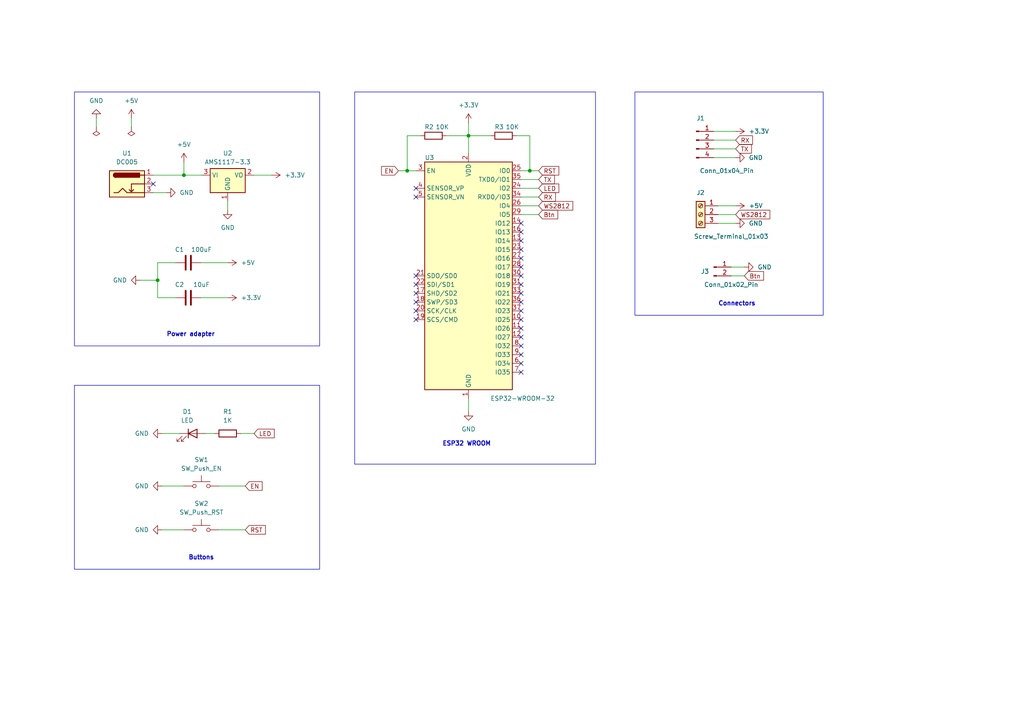
<source format=kicad_sch>
(kicad_sch (version 20230121) (generator eeschema)
  (paper "A4")
  (title_block (title "Cloudlight") (date "2023-12-09") (rev "V1.0") (comment 1 "https://github.com/MR-Addict") (comment 2 "Author: MR-Addict"))
  (lib_symbols
    (symbol "Connector:Conn_01x02_Pin" (pin_names (offset 1.016) hide)
      (property "Reference" "J" (at 0 2.54 0))
      (property "Value" "Conn_01x02_Pin" (at 0 -5.08 0))
      (symbol "Conn_01x02_Pin_1_1"
        (polyline (pts (xy 1.27 -2.54) (xy 0.8636 -2.54)) (stroke (width 0.1524)))
        (polyline (pts (xy 1.27 0) (xy 0.8636 0)) (stroke (width 0.1524)))
        (rectangle (start 0.8636 -2.413) (end 0 -2.667) (stroke (width 0.1524)) (fill (type outline)))
        (rectangle (start 0.8636 0.127) (end 0 -0.127) (stroke (width 0.1524)) (fill (type outline)))
        (pin passive line (at 5.08 0 180) (length 3.81) (name "Pin_1") (number "1"))
        (pin passive line (at 5.08 -2.54 180) (length 3.81) (name "Pin_2") (number "2"))
      )
    )
    (symbol "Connector:Conn_01x04_Pin" (pin_names (offset 1.016) hide)
      (property "Reference" "J" (at 0 5.08 0))
      (property "Value" "Conn_01x04_Pin" (at 0 -7.62 0))
      (symbol "Conn_01x04_Pin_1_1"
        (polyline (pts (xy 1.27 -5.08) (xy 0.8636 -5.08)) (stroke (width 0.1524)))
        (polyline (pts (xy 1.27 -2.54) (xy 0.8636 -2.54)) (stroke (width 0.1524)))
        (polyline (pts (xy 1.27 0) (xy 0.8636 0)) (stroke (width 0.1524)))
        (polyline (pts (xy 1.27 2.54) (xy 0.8636 2.54)) (stroke (width 0.1524)))
        (rectangle (start 0.8636 -4.953) (end 0 -5.207) (stroke (width 0.1524)) (fill (type outline)))
        (rectangle (start 0.8636 -2.413) (end 0 -2.667) (stroke (width 0.1524)) (fill (type outline)))
        (rectangle (start 0.8636 0.127) (end 0 -0.127) (stroke (width 0.1524)) (fill (type outline)))
        (rectangle (start 0.8636 2.667) (end 0 2.413) (stroke (width 0.1524)) (fill (type outline)))
        (pin passive line (at 5.08 2.54 180) (length 3.81) (name "Pin_1") (number "1"))
        (pin passive line (at 5.08 0 180) (length 3.81) (name "Pin_2") (number "2"))
        (pin passive line (at 5.08 -2.54 180) (length 3.81) (name "Pin_3") (number "3"))
        (pin passive line (at 5.08 -5.08 180) (length 3.81) (name "Pin_4") (number "4"))
      )
    )
    (symbol "Connector:Screw_Terminal_01x03" (pin_names (offset 1.016) hide)
      (property "Reference" "J" (at 0 5.08 0))
      (property "Value" "Screw_Terminal_01x03" (at 0 -5.08 0))
      (symbol "Screw_Terminal_01x03_1_1"
        (rectangle (start -1.27 3.81) (end 1.27 -3.81) (stroke (width 0.254)) (fill (type background)))
        (circle (center 0 -2.54) (radius 0.635) (stroke (width 0.1524)))
        (polyline (pts (xy -0.5334 -2.2098) (xy 0.3302 -3.048)) (stroke (width 0.1524)))
        (polyline (pts (xy -0.5334 0.3302) (xy 0.3302 -0.508)) (stroke (width 0.1524)))
        (polyline (pts (xy -0.5334 2.8702) (xy 0.3302 2.032)) (stroke (width 0.1524)))
        (polyline (pts (xy -0.3556 -2.032) (xy 0.508 -2.8702)) (stroke (width 0.1524)))
        (polyline (pts (xy -0.3556 0.508) (xy 0.508 -0.3302)) (stroke (width 0.1524)))
        (polyline (pts (xy -0.3556 3.048) (xy 0.508 2.2098)) (stroke (width 0.1524)))
        (circle (center 0 0) (radius 0.635) (stroke (width 0.1524)))
        (circle (center 0 2.54) (radius 0.635) (stroke (width 0.1524)))
        (pin passive line (at -5.08 2.54 0) (length 3.81) (name "Pin_1") (number "1"))
        (pin passive line (at -5.08 0 0) (length 3.81) (name "Pin_2") (number "2"))
        (pin passive line (at -5.08 -2.54 0) (length 3.81) (name "Pin_3") (number "3"))
      )
    )
    (symbol "Device:C" (pin_numbers hide) (pin_names (offset 0.254))
      (property "Reference" "C" (at 0.635 2.54 0))
      (property "Value" "C" (at 0.635 -2.54 0))
      (symbol "C_0_1"
        (polyline (pts (xy -2.032 -0.762) (xy 2.032 -0.762)) (stroke (width 0.508)))
        (polyline (pts (xy -2.032 0.762) (xy 2.032 0.762)) (stroke (width 0.508)))
      )
      (symbol "C_1_1"
        (pin passive line (at 0 3.81 270) (length 2.794) (name "~") (number "1"))
        (pin passive line (at 0 -3.81 90) (length 2.794) (name "~") (number "2"))
      )
    )
    (symbol "Device:LED" (pin_numbers hide) (pin_names (offset 1.016) hide)
      (property "Reference" "D" (at 0 2.54 0))
      (property "Value" "LED" (at 0 -2.54 0))
      (symbol "LED_0_1"
        (polyline (pts (xy -1.27 -1.27) (xy -1.27 1.27)) (stroke (width 0.254)))
        (polyline (pts (xy -1.27 0) (xy 1.27 0)))
        (polyline (pts (xy 1.27 -1.27) (xy 1.27 1.27) (xy -1.27 0) (xy 1.27 -1.27)) (stroke (width 0.254)))
        (polyline (pts (xy -3.048 -0.762) (xy -4.572 -2.286) (xy -3.81 -2.286) (xy -4.572 -2.286) (xy -4.572 -1.524)))
        (polyline (pts (xy -1.778 -0.762) (xy -3.302 -2.286) (xy -2.54 -2.286) (xy -3.302 -2.286) (xy -3.302 -1.524)))
      )
      (symbol "LED_1_1"
        (pin passive line (at -3.81 0 0) (length 2.54) (name "K") (number "1"))
        (pin passive line (at 3.81 0 180) (length 2.54) (name "A") (number "2"))
      )
    )
    (symbol "Device:R" (pin_numbers hide) (pin_names (offset 0))
      (property "Reference" "R" (at 2.032 0 90))
      (property "Value" "R" (at 0 0 90))
      (symbol "R_0_1"
        (rectangle (start -1.016 -2.54) (end 1.016 2.54) (stroke (width 0.254)))
      )
      (symbol "R_1_1"
        (pin passive line (at 0 3.81 270) (length 1.27) (name "~") (number "1"))
        (pin passive line (at 0 -3.81 90) (length 1.27) (name "~") (number "2"))
      )
    )
    (symbol "RF_Module:ESP32-WROOM-32"
      (property "Reference" "U" (at -12.7 34.29 0))
      (property "Value" "ESP32-WROOM-32" (at 1.27 34.29 0))
      (symbol "ESP32-WROOM-32_0_1"
        (rectangle (start -12.7 33.02) (end 12.7 -33.02) (stroke (width 0.254)) (fill (type background)))
      )
      (symbol "ESP32-WROOM-32_1_1"
        (pin power_in line (at 0 -35.56 90) (length 2.54) (name "GND") (number "1"))
        (pin bidirectional line (at 15.24 -12.7 180) (length 2.54) (name "IO25") (number "10"))
        (pin bidirectional line (at 15.24 -15.24 180) (length 2.54) (name "IO26") (number "11"))
        (pin bidirectional line (at 15.24 -17.78 180) (length 2.54) (name "IO27") (number "12"))
        (pin bidirectional line (at 15.24 10.16 180) (length 2.54) (name "IO14") (number "13"))
        (pin bidirectional line (at 15.24 15.24 180) (length 2.54) (name "IO12") (number "14"))
        (pin passive line (at 0 -35.56 90) (length 2.54) hide (name "GND") (number "15"))
        (pin bidirectional line (at 15.24 12.7 180) (length 2.54) (name "IO13") (number "16"))
        (pin bidirectional line (at -15.24 -5.08 0) (length 2.54) (name "SHD/SD2") (number "17"))
        (pin bidirectional line (at -15.24 -7.62 0) (length 2.54) (name "SWP/SD3") (number "18"))
        (pin bidirectional line (at -15.24 -12.7 0) (length 2.54) (name "SCS/CMD") (number "19"))
        (pin power_in line (at 0 35.56 270) (length 2.54) (name "VDD") (number "2"))
        (pin bidirectional line (at -15.24 -10.16 0) (length 2.54) (name "SCK/CLK") (number "20"))
        (pin bidirectional line (at -15.24 0 0) (length 2.54) (name "SDO/SD0") (number "21"))
        (pin bidirectional line (at -15.24 -2.54 0) (length 2.54) (name "SDI/SD1") (number "22"))
        (pin bidirectional line (at 15.24 7.62 180) (length 2.54) (name "IO15") (number "23"))
        (pin bidirectional line (at 15.24 25.4 180) (length 2.54) (name "IO2") (number "24"))
        (pin bidirectional line (at 15.24 30.48 180) (length 2.54) (name "IO0") (number "25"))
        (pin bidirectional line (at 15.24 20.32 180) (length 2.54) (name "IO4") (number "26"))
        (pin bidirectional line (at 15.24 5.08 180) (length 2.54) (name "IO16") (number "27"))
        (pin bidirectional line (at 15.24 2.54 180) (length 2.54) (name "IO17") (number "28"))
        (pin bidirectional line (at 15.24 17.78 180) (length 2.54) (name "IO5") (number "29"))
        (pin input line (at -15.24 30.48 0) (length 2.54) (name "EN") (number "3"))
        (pin bidirectional line (at 15.24 0 180) (length 2.54) (name "IO18") (number "30"))
        (pin bidirectional line (at 15.24 -2.54 180) (length 2.54) (name "IO19") (number "31"))
        (pin no_connect line (at -12.7 -27.94 0) (length 2.54) hide (name "NC") (number "32"))
        (pin bidirectional line (at 15.24 -5.08 180) (length 2.54) (name "IO21") (number "33"))
        (pin bidirectional line (at 15.24 22.86 180) (length 2.54) (name "RXD0/IO3") (number "34"))
        (pin bidirectional line (at 15.24 27.94 180) (length 2.54) (name "TXD0/IO1") (number "35"))
        (pin bidirectional line (at 15.24 -7.62 180) (length 2.54) (name "IO22") (number "36"))
        (pin bidirectional line (at 15.24 -10.16 180) (length 2.54) (name "IO23") (number "37"))
        (pin passive line (at 0 -35.56 90) (length 2.54) hide (name "GND") (number "38"))
        (pin passive line (at 0 -35.56 90) (length 2.54) hide (name "GND") (number "39"))
        (pin input line (at -15.24 25.4 0) (length 2.54) (name "SENSOR_VP") (number "4"))
        (pin input line (at -15.24 22.86 0) (length 2.54) (name "SENSOR_VN") (number "5"))
        (pin input line (at 15.24 -25.4 180) (length 2.54) (name "IO34") (number "6"))
        (pin input line (at 15.24 -27.94 180) (length 2.54) (name "IO35") (number "7"))
        (pin bidirectional line (at 15.24 -20.32 180) (length 2.54) (name "IO32") (number "8"))
        (pin bidirectional line (at 15.24 -22.86 180) (length 2.54) (name "IO33") (number "9"))
      )
    )
    (symbol "Regulator_Linear:AMS1117-3.3"
      (property "Reference" "U" (at -3.81 3.175 0))
      (property "Value" "AMS1117-3.3" (at 0 3.175 0))
      (symbol "AMS1117-3.3_0_1"
        (rectangle (start -5.08 -5.08) (end 5.08 1.905) (stroke (width 0.254)) (fill (type background)))
      )
      (symbol "AMS1117-3.3_1_1"
        (pin power_in line (at 0 -7.62 90) (length 2.54) (name "GND") (number "1"))
        (pin power_out line (at 7.62 0 180) (length 2.54) (name "VO") (number "2"))
        (pin power_in line (at -7.62 0 0) (length 2.54) (name "VI") (number "3"))
      )
    )
    (symbol "Switch:SW_Push" (pin_numbers hide) (pin_names (offset 1.016) hide)
      (property "Reference" "SW" (at 1.27 2.54 0))
      (property "Value" "SW_Push" (at 0 -1.524 0))
      (symbol "SW_Push_0_1"
        (circle (center -2.032 0) (radius 0.508))
        (polyline (pts (xy 0 1.27) (xy 0 3.048)))
        (polyline (pts (xy 2.54 1.27) (xy -2.54 1.27)))
        (circle (center 2.032 0) (radius 0.508))
        (pin passive line (at -5.08 0 0) (length 2.54) (name "1") (number "1"))
        (pin passive line (at 5.08 0 180) (length 2.54) (name "2") (number "2"))
      )
    )
    (symbol "custom:DC005"
      (property "Reference" "U" (at 0 5.08 0))
      (property "Value" "DC005" (at 0 -5.08 0))
      (symbol "DC005_0_1"
        (rectangle (start -5.08 3.81) (end 5.08 -3.81) (stroke (width 0.254)) (fill (type background)))
        (arc (start -3.302 3.175) (mid -3.9343 2.54) (end -3.302 1.905) (stroke (width 0.254)))
        (arc (start -3.302 3.175) (mid -3.9343 2.54) (end -3.302 1.905) (stroke (width 0.254)) (fill (type outline)))
        (polyline (pts (xy 1.27 -2.286) (xy 1.905 -1.651)) (stroke (width 0.254)))
        (polyline (pts (xy 5.08 2.54) (xy 3.81 2.54)) (stroke (width 0.254)))
        (polyline (pts (xy 5.08 0) (xy 1.27 0) (xy 1.27 -2.286) (xy 0.635 -1.651)) (stroke (width 0.254)))
        (polyline (pts (xy -3.81 -2.54) (xy -2.54 -2.54) (xy -1.27 -1.27) (xy 0 -2.54) (xy 2.54 -2.54) (xy 5.08 -2.54)) (stroke (width 0.254)))
        (rectangle (start 3.683 3.175) (end -3.302 1.905) (stroke (width 0.254)) (fill (type outline)))
      )
      (symbol "DC005_1_1"
        (pin passive line (at 7.62 2.54 180) (length 2.54) (name "~") (number "1"))
        (pin passive line (at 7.62 0 180) (length 2.54) (name "~") (number "2"))
        (pin passive line (at 7.62 -2.54 180) (length 2.54) (name "~") (number "3"))
      )
    )
    (symbol "power:+3.3V" (power) (pin_names (offset 0))
      (property "Value" "+3.3V" (at 0 3.556 0))
      (symbol "+3.3V_0_1"
        (polyline (pts (xy -0.762 1.27) (xy 0 2.54)))
        (polyline (pts (xy 0 0) (xy 0 2.54)))
        (polyline (pts (xy 0 2.54) (xy 0.762 1.27)))
      )
      (symbol "+3.3V_1_1"
        (pin power_in line (at 0 0 90) (length 0) hide (name "+3.3V") (number "1"))
      )
    )
    (symbol "power:+5V" (power) (pin_names (offset 0))
      (property "Value" "+5V" (at 0 3.556 0))
      (symbol "+5V_0_1"
        (polyline (pts (xy -0.762 1.27) (xy 0 2.54)))
        (polyline (pts (xy 0 0) (xy 0 2.54)))
        (polyline (pts (xy 0 2.54) (xy 0.762 1.27)))
      )
      (symbol "+5V_1_1"
        (pin power_in line (at 0 0 90) (length 0) hide (name "+5V") (number "1"))
      )
    )
    (symbol "power:GND" (power) (pin_names (offset 0))
      (property "Value" "GND" (at 0 -3.81 0))
      (symbol "GND_0_1"
        (polyline (pts (xy 0 0) (xy 0 -1.27) (xy 1.27 -1.27) (xy 0 -2.54) (xy -1.27 -1.27) (xy 0 -1.27)))
      )
      (symbol "GND_1_1"
        (pin power_in line (at 0 0 270) (length 0) hide (name "GND") (number "1"))
      )
    )
    (symbol "power:PWR_FLAG" (power) (pin_numbers hide) (pin_names (offset 0) hide)
      (property "Value" "PWR_FLAG" (at 0 3.81 0))
      (symbol "PWR_FLAG_0_0"
        (pin power_out line (at 0 0 90) (length 0) (name "pwr") (number "1"))
      )
      (symbol "PWR_FLAG_0_1"
        (polyline (pts (xy 0 0) (xy 0 1.27) (xy -1.016 1.905) (xy 0 2.54) (xy 1.016 1.905) (xy 0 1.27)))
      )
    )
  )
  (junction (at 118.11 49.53))
  (junction (at 135.89 39.37))
  (junction (at 53.34 50.8))
  (junction (at 45.72 81.28))
  (junction (at 153.67 49.53))
  (no_connect (at 120.65 85.09))
  (no_connect (at 120.65 54.61))
  (no_connect (at 151.13 64.77))
  (no_connect (at 44.45 53.34))
  (no_connect (at 151.13 67.31))
  (no_connect (at 120.65 92.71))
  (no_connect (at 151.13 105.41))
  (no_connect (at 151.13 102.87))
  (no_connect (at 151.13 85.09))
  (no_connect (at 120.65 87.63))
  (no_connect (at 120.65 82.55))
  (no_connect (at 120.65 80.01))
  (no_connect (at 151.13 72.39))
  (no_connect (at 151.13 100.33))
  (no_connect (at 151.13 90.17))
  (no_connect (at 151.13 97.79))
  (no_connect (at 151.13 95.25))
  (no_connect (at 120.65 57.15))
  (no_connect (at 151.13 87.63))
  (no_connect (at 151.13 92.71))
  (no_connect (at 151.13 69.85))
  (no_connect (at 151.13 82.55))
  (no_connect (at 151.13 74.93))
  (no_connect (at 120.65 90.17))
  (no_connect (at 151.13 107.95))
  (no_connect (at 151.13 80.01))
  (no_connect (at 151.13 77.47))
  (wire (pts (xy 153.67 49.53) (xy 156.21 49.53)))
  (wire (pts (xy 208.28 64.77) (xy 213.36 64.77)))
  (wire (pts (xy 53.34 50.8) (xy 58.42 50.8)))
  (wire (pts (xy 63.5 140.97) (xy 71.12 140.97)))
  (wire (pts (xy 27.94 34.29) (xy 27.94 36.83)))
  (wire (pts (xy 151.13 62.23) (xy 156.21 62.23)))
  (wire (pts (xy 45.72 76.2) (xy 45.72 81.28)))
  (wire (pts (xy 207.01 40.64) (xy 213.36 40.64)))
  (wire (pts (xy 46.99 125.73) (xy 52.07 125.73)))
  (wire (pts (xy 207.01 43.18) (xy 213.36 43.18)))
  (wire (pts (xy 118.11 39.37) (xy 121.92 39.37)))
  (wire (pts (xy 63.5 153.67) (xy 71.12 153.67)))
  (wire (pts (xy 53.34 46.99) (xy 53.34 50.8)))
  (wire (pts (xy 135.89 39.37) (xy 135.89 44.45)))
  (wire (pts (xy 66.04 58.42) (xy 66.04 60.96)))
  (wire (pts (xy 44.45 50.8) (xy 53.34 50.8)))
  (wire (pts (xy 207.01 38.1) (xy 213.36 38.1)))
  (wire (pts (xy 207.01 45.72) (xy 213.36 45.72)))
  (wire (pts (xy 58.42 76.2) (xy 66.04 76.2)))
  (wire (pts (xy 45.72 81.28) (xy 45.72 86.36)))
  (wire (pts (xy 151.13 59.69) (xy 156.21 59.69)))
  (wire (pts (xy 208.28 62.23) (xy 213.36 62.23)))
  (wire (pts (xy 153.67 39.37) (xy 153.67 49.53)))
  (wire (pts (xy 151.13 57.15) (xy 156.21 57.15)))
  (wire (pts (xy 50.8 76.2) (xy 45.72 76.2)))
  (wire (pts (xy 151.13 49.53) (xy 153.67 49.53)))
  (wire (pts (xy 73.66 50.8) (xy 78.74 50.8)))
  (wire (pts (xy 118.11 39.37) (xy 118.11 49.53)))
  (wire (pts (xy 149.86 39.37) (xy 153.67 39.37)))
  (wire (pts (xy 212.09 77.47) (xy 215.9 77.47)))
  (wire (pts (xy 151.13 52.07) (xy 156.21 52.07)))
  (wire (pts (xy 115.57 49.53) (xy 118.11 49.53)))
  (wire (pts (xy 58.42 86.36) (xy 66.04 86.36)))
  (wire (pts (xy 45.72 86.36) (xy 50.8 86.36)))
  (wire (pts (xy 44.45 55.88) (xy 48.26 55.88)))
  (wire (pts (xy 212.09 80.01) (xy 215.9 80.01)))
  (wire (pts (xy 59.69 125.73) (xy 62.23 125.73)))
  (wire (pts (xy 69.85 125.73) (xy 73.66 125.73)))
  (wire (pts (xy 135.89 39.37) (xy 142.24 39.37)))
  (wire (pts (xy 46.99 140.97) (xy 53.34 140.97)))
  (wire (pts (xy 208.28 59.69) (xy 213.36 59.69)))
  (wire (pts (xy 46.99 153.67) (xy 53.34 153.67)))
  (wire (pts (xy 38.1 34.29) (xy 38.1 36.83)))
  (wire (pts (xy 151.13 54.61) (xy 156.21 54.61)))
  (wire (pts (xy 129.54 39.37) (xy 135.89 39.37)))
  (wire (pts (xy 135.89 35.56) (xy 135.89 39.37)))
  (wire (pts (xy 118.11 49.53) (xy 120.65 49.53)))
  (wire (pts (xy 135.89 115.57) (xy 135.89 119.38)))
  (wire (pts (xy 40.64 81.28) (xy 45.72 81.28)))
  (rectangle (start 184.15 26.67) (end 238.76 91.44))
  (rectangle (start 102.87 26.67) (end 172.72 134.62))
  (rectangle (start 21.59 111.76) (end 92.71 165.1))
  (rectangle (start 21.59 26.67) (end 92.71 100.33))
  (text "Power adapter" (at 48.26 97.79 0) (effects (font (size 1.27 1.27) (thickness 0.254) bold) (justify left bottom)))
  (text "Connectors" (at 208.28 88.9 0) (effects (font (size 1.27 1.27) bold) (justify left bottom)))
  (text "Buttons" (at 54.61 162.56 0) (effects (font (size 1.27 1.27) (thickness 0.254) bold) (justify left bottom)))
  (text "ESP32 WROOM" (at 128.27 129.54 0) (effects (font (size 1.27 1.27) bold) (justify left bottom)))
  (global_label "WS2812" (shape input) (at 213.36 62.23 0) (property "Intersheetrefs" "${INTERSHEET_REFS}" (effects hide)))
  (global_label "EN" (shape input) (at 71.12 140.97 0) (property "Intersheetrefs" "${INTERSHEET_REFS}" (effects hide)))
  (global_label "TX" (shape input) (at 156.21 52.07 0) (property "Intersheetrefs" "${INTERSHEET_REFS}" (effects hide)))
  (global_label "RST" (shape input) (at 156.21 49.53 0) (property "Intersheetrefs" "${INTERSHEET_REFS}" (effects hide)))
  (global_label "Btn" (shape input) (at 156.21 62.23 0) (property "Intersheetrefs" "${INTERSHEET_REFS}" (effects hide)))
  (global_label "LED" (shape input) (at 156.21 54.61 0) (property "Intersheetrefs" "${INTERSHEET_REFS}" (effects hide)))
  (global_label "WS2812" (shape input) (at 156.21 59.69 0) (property "Intersheetrefs" "${INTERSHEET_REFS}" (effects hide)))
  (global_label "LED" (shape input) (at 73.66 125.73 0) (property "Intersheetrefs" "${INTERSHEET_REFS}" (effects hide)))
  (global_label "EN" (shape input) (at 115.57 49.53 180) (property "Intersheetrefs" "${INTERSHEET_REFS}" (effects hide)))
  (global_label "RX" (shape input) (at 213.36 40.64 0) (property "Intersheetrefs" "${INTERSHEET_REFS}" (effects hide)))
  (global_label "RST" (shape input) (at 71.12 153.67 0) (property "Intersheetrefs" "${INTERSHEET_REFS}" (effects hide)))
  (global_label "Btn" (shape input) (at 215.9 80.01 0) (property "Intersheetrefs" "${INTERSHEET_REFS}" (effects hide)))
  (global_label "RX" (shape input) (at 156.21 57.15 0) (property "Intersheetrefs" "${INTERSHEET_REFS}" (effects hide)))
  (global_label "TX" (shape input) (at 213.36 43.18 0) (property "Intersheetrefs" "${INTERSHEET_REFS}" (effects hide)))
  (symbol (lib_id "Device:LED") (at 55.88 125.73 0) (unit 1)
    (property "Reference" "D1" (at 54.2925 119.38 0))
    (property "Value" "LED" (at 54.2925 121.92 0))
    (property "Footprint" "LED_SMD:LED_0805_2012Metric" (effects hide))
  )
  (symbol (lib_id "power:GND") (at 213.36 45.72 90) (unit 1)
    (property "Reference" "#PWR016" (effects hide))
    (property "Value" "GND" (at 217.17 45.72 90) (effects (justify right)))
  )
  (symbol (lib_id "power:GND") (at 213.36 64.77 90) (unit 1)
    (property "Reference" "#PWR018" (effects hide))
    (property "Value" "GND" (at 217.17 64.77 90) (effects (justify right)))
  )
  (symbol (lib_id "power:+5V") (at 38.1 34.29 0) (unit 1)
    (property "Reference" "#PWR02" (effects hide))
    (property "Value" "+5V" (at 38.1 29.21 0))
  )
  (symbol (lib_id "custom:DC005") (at 36.83 53.34 0) (unit 1)
    (property "Reference" "U1" (at 36.83 44.45 0))
    (property "Value" "DC005" (at 36.83 46.99 0))
    (property "Footprint" "custom:DC005" (effects hide))
  )
  (symbol (lib_id "Regulator_Linear:AMS1117-3.3") (at 66.04 50.8 0) (unit 1)
    (property "Reference" "U2" (at 66.04 44.45 0))
    (property "Value" "AMS1117-3.3" (at 66.04 46.99 0))
    (property "Footprint" "Package_TO_SOT_SMD:SOT-223-3_TabPin2" (effects hide))
    (property "Datasheet" "http://www.advanced-monolithic.com/pdf/ds1117.pdf" (effects hide))
  )
  (symbol (lib_id "power:GND") (at 215.9 77.47 90) (unit 1)
    (property "Reference" "#PWR019" (effects hide))
    (property "Value" "GND" (at 219.71 77.47 90) (effects (justify right)))
  )
  (symbol (lib_id "power:PWR_FLAG") (at 27.94 36.83 180) (unit 1)
    (property "Reference" "#FLG01" (effects hide))
    (property "Value" "PWR_FLAG" (effects hide))
  )
  (symbol (lib_id "Connector:Conn_01x02_Pin") (at 207.01 77.47 0) (unit 1)
    (property "Reference" "J3" (at 204.47 78.74 0))
    (property "Value" "Conn_01x02_Pin" (at 212.09 82.55 0))
    (property "Footprint" "Connector_PinHeader_2.54mm:PinHeader_1x02_P2.54mm_Vertical" (effects hide))
  )
  (symbol (lib_id "power:+5V") (at 53.34 46.99 0) (unit 1)
    (property "Reference" "#PWR08" (effects hide))
    (property "Value" "+5V" (at 53.34 41.91 0))
  )
  (symbol (lib_id "power:GND") (at 48.26 55.88 90) (unit 1)
    (property "Reference" "#PWR07" (effects hide))
    (property "Value" "GND" (at 52.07 55.88 90) (effects (justify right)))
  )
  (symbol (lib_id "power:GND") (at 135.89 119.38 0) (unit 1)
    (property "Reference" "#PWR014" (effects hide))
    (property "Value" "GND" (at 135.89 124.46 0))
  )
  (symbol (lib_id "power:GND") (at 46.99 140.97 270) (unit 1)
    (property "Reference" "#PWR05" (effects hide))
    (property "Value" "GND" (at 43.18 140.97 90) (effects (justify right)))
  )
  (symbol (lib_id "RF_Module:ESP32-WROOM-32") (at 135.89 80.01 0) (unit 1)
    (property "Reference" "U3" (at 123.19 45.72 0) (effects (justify left)))
    (property "Value" "ESP32-WROOM-32" (at 142.24 115.57 0) (effects (justify left)))
    (property "Footprint" "RF_Module:ESP32-WROOM-32" (effects hide))
    (property "Datasheet" "https://www.espressif.com/sites/default/files/documentation/esp32-wroom-32_datasheet_en.pdf" (effects hide))
  )
  (symbol (lib_id "power:+3.3V") (at 66.04 86.36 270) (unit 1)
    (property "Reference" "#PWR011" (effects hide))
    (property "Value" "+3.3V" (at 69.85 86.36 90) (effects (justify left)))
  )
  (symbol (lib_id "power:+5V") (at 213.36 59.69 270) (unit 1)
    (property "Reference" "#PWR017" (effects hide))
    (property "Value" "+5V" (at 217.17 59.69 90) (effects (justify left)))
  )
  (symbol (lib_id "Switch:SW_Push") (at 58.42 153.67 0) (unit 1)
    (property "Reference" "SW2" (at 58.42 146.05 0))
    (property "Value" "SW_Push_RST" (at 58.42 148.59 0))
    (property "Footprint" "Button_Switch_SMD:SW_SPST_FSMSM" (effects hide))
  )
  (symbol (lib_id "Device:C") (at 54.61 76.2 90) (unit 1)
    (property "Reference" "C1" (at 52.07 72.39 90))
    (property "Value" "100uF" (at 58.42 72.39 90))
    (property "Footprint" "Capacitor_SMD:C_0805_2012Metric" (effects hide))
  )
  (symbol (lib_id "Connector:Screw_Terminal_01x03") (at 203.2 62.23 0) (mirror y) (unit 1)
    (property "Reference" "J2" (at 203.2 55.88 0))
    (property "Value" "Screw_Terminal_01x03" (at 212.09 68.58 0))
    (property "Footprint" "TerminalBlock:TerminalBlock_bornier-3_P5.08mm" (effects hide))
  )
  (symbol (lib_id "power:GND") (at 46.99 153.67 270) (unit 1)
    (property "Reference" "#PWR06" (effects hide))
    (property "Value" "GND" (at 43.18 153.67 90) (effects (justify right)))
  )
  (symbol (lib_id "power:+3.3V") (at 135.89 35.56 0) (unit 1)
    (property "Reference" "#PWR013" (effects hide))
    (property "Value" "+3.3V" (at 135.89 30.48 0))
  )
  (symbol (lib_id "power:PWR_FLAG") (at 38.1 36.83 180) (unit 1)
    (property "Reference" "#FLG02" (effects hide))
    (property "Value" "PWR_FLAG" (effects hide))
  )
  (symbol (lib_id "power:GND") (at 27.94 34.29 180) (unit 1)
    (property "Reference" "#PWR01" (effects hide))
    (property "Value" "GND" (at 27.94 29.21 0))
  )
  (symbol (lib_id "Device:R") (at 146.05 39.37 90) (unit 1)
    (property "Reference" "R3" (at 144.78 36.83 90))
    (property "Value" "10K" (at 148.59 36.83 90))
    (property "Footprint" "Resistor_SMD:R_0805_2012Metric" (effects hide))
  )
  (symbol (lib_id "power:+5V") (at 66.04 76.2 270) (unit 1)
    (property "Reference" "#PWR010" (effects hide))
    (property "Value" "+5V" (at 69.85 76.2 90) (effects (justify left)))
  )
  (symbol (lib_id "Device:R") (at 66.04 125.73 90) (unit 1)
    (property "Reference" "R1" (at 66.04 119.38 90))
    (property "Value" "1K" (at 66.04 121.92 90))
    (property "Footprint" "Resistor_SMD:R_0805_2012Metric" (effects hide))
  )
  (symbol (lib_id "power:+3.3V") (at 213.36 38.1 270) (unit 1)
    (property "Reference" "#PWR015" (effects hide))
    (property "Value" "+3.3V" (at 217.17 38.1 90) (effects (justify left)))
  )
  (symbol (lib_id "Device:C") (at 54.61 86.36 90) (unit 1)
    (property "Reference" "C2" (at 52.07 82.55 90))
    (property "Value" "10uF" (at 58.42 82.55 90))
    (property "Footprint" "Capacitor_SMD:C_0805_2012Metric" (effects hide))
  )
  (symbol (lib_id "Device:R") (at 125.73 39.37 270) (unit 1)
    (property "Reference" "R2" (at 124.46 36.83 90))
    (property "Value" "10K" (at 128.27 36.83 90))
    (property "Footprint" "Resistor_SMD:R_0805_2012Metric" (effects hide))
  )
  (symbol (lib_id "power:GND") (at 66.04 60.96 0) (unit 1)
    (property "Reference" "#PWR09" (effects hide))
    (property "Value" "GND" (at 66.04 66.04 0))
  )
  (symbol (lib_id "Connector:Conn_01x04_Pin") (at 201.93 40.64 0) (unit 1)
    (property "Reference" "J1" (at 203.2 34.29 0))
    (property "Value" "Conn_01x04_Pin" (at 210.82 49.53 0))
    (property "Footprint" "Connector_PinHeader_2.54mm:PinHeader_1x04_P2.54mm_Vertical" (effects hide))
  )
  (symbol (lib_id "power:GND") (at 46.99 125.73 270) (unit 1)
    (property "Reference" "#PWR04" (effects hide))
    (property "Value" "GND" (at 43.18 125.73 90) (effects (justify right)))
  )
  (symbol (lib_id "Switch:SW_Push") (at 58.42 140.97 0) (unit 1)
    (property "Reference" "SW1" (at 58.42 133.35 0))
    (property "Value" "SW_Push_EN" (at 58.42 135.89 0))
    (property "Footprint" "Button_Switch_SMD:SW_SPST_FSMSM" (effects hide))
  )
  (symbol (lib_id "power:+3.3V") (at 78.74 50.8 270) (unit 1)
    (property "Reference" "#PWR012" (effects hide))
    (property "Value" "+3.3V" (at 82.55 50.8 90) (effects (justify left)))
  )
  (symbol (lib_id "power:GND") (at 40.64 81.28 270) (unit 1)
    (property "Reference" "#PWR03" (effects hide))
    (property "Value" "GND" (at 36.83 81.28 90) (effects (justify right)))
  )
)
</source>
